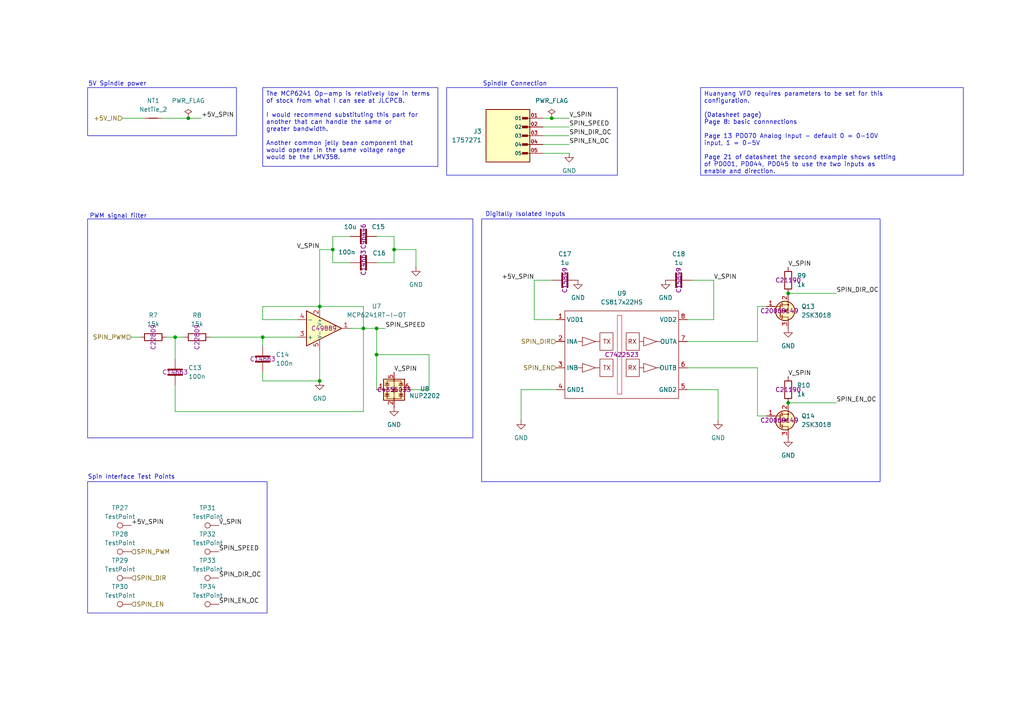
<source format=kicad_sch>
(kicad_sch (version 20250114) (generator "eeschema") (generator_version "9.0")
  (paper "A4")
  (title_block (title "Spindle Interface") (comment 1 "Connects to spindle, ") (comment 2 "Filters the PWM signal from the arduino to clean analog output for speed."))
  (lib_symbols
    (symbol "Connector:TestPoint" (pin_numbers (hide yes)) (pin_names (offset 0.762) (hide yes))
      (property "Reference" "TP" (at 0 6.858 0))
      (property "Value" "TestPoint" (at 0 5.08 0))
      (symbol "TestPoint_0_1"
        (circle (center 0 3.302) (radius 0.762))
      )
      (symbol "TestPoint_1_1"
        (pin passive line (at 0 0 90) (length 2.54) (name "1") (number "1"))
      )
    )
    (symbol "Device:C" (pin_numbers (hide yes)) (pin_names (offset 0.254))
      (property "Reference" "C" (at 0.635 2.54 0))
      (property "Value" "C" (at 0.635 -2.54 0))
      (symbol "C_0_1"
        (polyline (pts (xy -2.032 0.762) (xy 2.032 0.762)) (stroke (width 0.508)))
        (polyline (pts (xy -2.032 -0.762) (xy 2.032 -0.762)) (stroke (width 0.508)))
      )
      (symbol "C_1_1"
        (pin passive line (at 0 3.81 270) (length 2.794) (name "~") (number "1"))
        (pin passive line (at 0 -3.81 90) (length 2.794) (name "~") (number "2"))
      )
    )
    (symbol "Device:NetTie_2" (pin_numbers (hide yes)) (pin_names (offset 0) (hide yes)) (in_bom no)
      (property "Reference" "NT" (at 0 1.27 0))
      (property "Value" "NetTie_2" (at 0 -1.27 0))
      (symbol "NetTie_2_0_1"
        (polyline (pts (xy -1.27 0) (xy 1.27 0)) (stroke (width 0.254)))
      )
      (symbol "NetTie_2_1_1"
        (pin passive line (at -2.54 0 0) (length 2.54) (name "1") (number "1"))
        (pin passive line (at 2.54 0 180) (length 2.54) (name "2") (number "2"))
      )
    )
    (symbol "Device:R" (pin_numbers (hide yes)) (pin_names (offset 0))
      (property "Reference" "R" (at 2.032 0 90))
      (property "Value" "R" (at 0 0 90))
      (symbol "R_0_1"
        (rectangle (start -1.016 -2.54) (end 1.016 2.54) (stroke (width 0.254)))
      )
      (symbol "R_1_1"
        (pin passive line (at 0 3.81 270) (length 1.27) (name "~") (number "1"))
        (pin passive line (at 0 -3.81 90) (length 1.27) (name "~") (number "2"))
      )
    )
    (symbol "PCM_Amplifier_Operational_AKL:MCP6241RT-I-OT" (pin_names (offset 0.2))
      (property "Reference" "U" (at 2.54 7.62 0))
      (property "Value" "MCP6241RT-I-OT" (at 2.54 5.08 0))
      (symbol "MCP6241RT-I-OT_0_1"
        (polyline (pts (xy -5.08 5.08) (xy -5.08 -5.08) (xy 5.08 0) (xy -5.08 5.08)) (stroke (width 0.254)) (fill (type background)))
      )
      (symbol "MCP6241RT-I-OT_1_1"
        (pin input line (at -7.62 2.54 0) (length 2.54) (name "-") (number "4"))
        (pin input line (at -7.62 -2.54 0) (length 2.54) (name "+") (number "3"))
        (pin power_in line (at -1.27 6.35 270) (length 3.18) (name "V+") (number "2"))
        (pin power_in line (at -1.27 -6.35 90) (length 3.18) (name "V-") (number "5"))
        (pin output line (at 7.62 0 180) (length 2.54) (name "~") (number "1"))
      )
    )
    (symbol "PCM_Transistor_MOSFET_AKL:2SK3018" (pin_names (hide yes))
      (property "Reference" "Q" (at 5.08 1.27 0))
      (property "Value" "2SK3018" (at 5.08 -1.27 0))
      (symbol "2SK3018_0_1"
        (polyline (pts (xy 0.254 1.905) (xy 0.254 -1.905)) (stroke (width 0.254)))
        (polyline (pts (xy 0.254 -1.27) (xy -2.54 -1.27)))
        (polyline (pts (xy 0.762 2.286) (xy 0.762 1.27)) (stroke (width 0.254)))
        (polyline (pts (xy 0.762 0.508) (xy 0.762 -0.508)) (stroke (width 0.254)))
        (polyline (pts (xy 0.762 -1.27) (xy 0.762 -2.286)) (stroke (width 0.254)))
        (polyline (pts (xy 0.762 -1.778) (xy 2.54 -1.778)))
        (polyline (pts (xy 1.016 0) (xy 2.032 0.381) (xy 2.032 -0.381) (xy 1.016 0)) (fill (type outline)))
        (circle (center 1.651 0) (radius 2.794) (stroke (width 0.254)) (fill (type background)))
        (polyline (pts (xy 2.54 2.54) (xy 2.54 1.778)))
        (polyline (pts (xy 2.54 1.778) (xy 0.762 1.778)))
        (circle (center 2.54 -1.778) (radius 0.1778) (fill (type outline)))
        (polyline (pts (xy 2.54 -2.54) (xy 2.54 0) (xy 0.762 0)))
      )
      (symbol "2SK3018_1_1"
        (pin input line (at -3.81 -1.27 0) (length 2.54) (name "G") (number "1"))
        (pin passive line (at 2.54 5.08 270) (length 2.54) (name "D") (number "3"))
        (pin passive line (at 2.54 -5.08 90) (length 2.54) (name "S") (number "2"))
      )
    )
    (symbol "Power_Protection:NUP2202"
      (property "Reference" "U" (at -5.334 -2.54 0))
      (property "Value" "NUP2202" (at 6.35 1.27 90))
      (symbol "NUP2202_0_1"
        (rectangle (start -3.048 3.048) (end 3.048 -3.048) (stroke (width 0.254)) (fill (type background)))
        (polyline (pts (xy -2.667 1.905) (xy -1.397 1.905)))
        (polyline (pts (xy -2.667 1.27) (xy -1.397 1.27) (xy -2.032 1.905) (xy -2.667 1.27)))
        (polyline (pts (xy -2.667 -1.27) (xy -1.397 -1.27)))
        (polyline (pts (xy -2.667 -1.27) (xy -1.397 -1.27)))
        (polyline (pts (xy -2.667 -1.905) (xy -1.397 -1.905) (xy -2.032 -1.27) (xy -2.667 -1.905)))
        (polyline (pts (xy -2.54 0) (xy -2.032 0)))
        (polyline (pts (xy -2.032 2.54) (xy 2.032 2.54)))
        (polyline (pts (xy -2.032 0.635) (xy -2.032 2.54)))
        (polyline (pts (xy -2.032 0.635) (xy -2.032 -0.635)))
        (circle (center -2.032 0) (radius 0.127))
        (circle (center -2.032 0) (radius 0.127))
        (polyline (pts (xy -2.032 -2.54) (xy -2.032 -0.635)))
        (polyline (pts (xy -2.032 -2.54) (xy -2.032 -0.635)))
        (polyline (pts (xy -0.762 0.254) (xy 0.762 0.254)))
        (polyline (pts (xy -0.762 -0.508) (xy 0.762 -0.508) (xy 0 0.254) (xy -0.762 -0.508)))
        (polyline (pts (xy -0.762 -0.508) (xy 0.762 -0.508) (xy 0 0.254) (xy -0.762 -0.508)))
        (circle (center 0 2.54) (radius 0.127))
        (polyline (pts (xy 0 1.016) (xy 0 3.81)))
        (polyline (pts (xy 0 -0.889) (xy 0 1.016)))
        (polyline (pts (xy 0 -0.889) (xy 0 1.016)))
        (polyline (pts (xy 0 -0.889) (xy 0 -2.54)))
        (circle (center 0 -2.54) (radius 0.127))
        (polyline (pts (xy 0.762 0) (xy 0.762 0.254)))
        (polyline (pts (xy 1.397 1.905) (xy 2.667 1.905)))
        (polyline (pts (xy 1.397 1.27) (xy 2.667 1.27) (xy 2.032 1.905) (xy 1.397 1.27)))
        (polyline (pts (xy 1.397 -1.27) (xy 2.667 -1.27)))
        (polyline (pts (xy 1.397 -1.27) (xy 2.667 -1.27)))
        (polyline (pts (xy 1.397 -1.905) (xy 2.667 -1.905) (xy 2.032 -1.27) (xy 1.397 -1.905)))
        (polyline (pts (xy 2.032 0.635) (xy 2.032 2.54)))
        (polyline (pts (xy 2.032 0.635) (xy 2.032 -0.635)))
        (polyline (pts (xy 2.032 0) (xy 2.54 0)))
        (circle (center 2.032 0) (radius 0.127))
        (circle (center 2.032 0) (radius 0.127))
        (polyline (pts (xy 2.032 -2.54) (xy -2.032 -2.54)))
        (polyline (pts (xy 2.032 -2.54) (xy 2.032 -0.635)))
        (polyline (pts (xy 2.032 -2.54) (xy 2.032 -0.635)))
      )
      (symbol "NUP2202_1_1"
        (pin passive line (at -5.08 0 0) (length 2.54) (name "~") (number "1"))
        (pin passive line (at 0 5.08 270) (length 2.54) (name "~") (number "5"))
        (pin no_connect line (at 0 2.54 270) (length 2.54) (hide yes) (name "~") (number "4"))
        (pin no_connect line (at 0 -2.54 90) (length 2.54) (hide yes) (name "~") (number "3"))
        (pin passive line (at 0 -5.08 90) (length 2.54) (name "~") (number "2"))
        (pin passive line (at 5.08 0 180) (length 2.54) (name "~") (number "6"))
      )
    )
    (symbol "TERM_BLOCK_HDR_5POS_5.08MM:1757271" (pin_names (offset 1.016))
      (property "Reference" "J" (at -6.85 7.62 0))
      (property "Value" "1757271" (at -6.35 -10.16 0))
      (symbol "1757271_0_0"
        (rectangle (start -6.35 -7.62) (end 6.35 7.62) (stroke (width 0.254)) (fill (type background)))
        (rectangle (start -5.715 4.7625) (end -4.1275 5.3975) (stroke (width 0.1)) (fill (type outline)))
        (rectangle (start -5.715 2.2225) (end -4.1275 2.8575) (stroke (width 0.1)) (fill (type outline)))
        (rectangle (start -5.715 -0.3175) (end -4.1275 0.3175) (stroke (width 0.1)) (fill (type outline)))
        (rectangle (start -5.715 -2.8575) (end -4.1275 -2.2225) (stroke (width 0.1)) (fill (type outline)))
        (rectangle (start -5.715 -5.3975) (end -4.1275 -4.7625) (stroke (width 0.1)) (fill (type outline)))
        (pin passive line (at -10.16 5.08 0) (length 5.08) (name "01") (number "01"))
        (pin passive line (at -10.16 2.54 0) (length 5.08) (name "02") (number "02"))
        (pin passive line (at -10.16 0 0) (length 5.08) (name "03") (number "03"))
        (pin passive line (at -10.16 -2.54 0) (length 5.08) (name "04") (number "04"))
        (pin passive line (at -10.16 -5.08 0) (length 5.08) (name "05") (number "05"))
      )
    )
    (symbol "mega_shield:CS817x20HS"
      (property "Reference" "U" (at 0 0 0))
      (property "Value" "CS817x22HS" (at 0 0 0))
      (symbol "CS817x20HS_0_1"
        (rectangle (start -16.51 12.7) (end 16.51 -12.7))
        (polyline (pts (xy -11.43 3.81) (xy -12.7 3.81)))
        (polyline (pts (xy -11.43 -3.81) (xy -12.7 -3.81)))
        (polyline (pts (xy -7.62 3.81) (xy -11.43 2.54) (xy -11.43 5.08) (xy -7.62 3.81)))
        (polyline (pts (xy -7.62 -3.81) (xy -11.43 -5.08) (xy -11.43 -2.54) (xy -7.62 -3.81)))
        (polyline (pts (xy -6.35 3.81) (xy -7.62 3.81)))
        (polyline (pts (xy -6.35 -3.81) (xy -7.62 -3.81)))
        (polyline (pts (xy -2.54 6.35) (xy -2.54 1.27) (xy -6.35 1.27) (xy -6.35 6.35) (xy -2.54 6.35)))
        (polyline (pts (xy -2.54 -1.27) (xy -2.54 -6.35) (xy -6.35 -6.35) (xy -6.35 -1.27) (xy -2.54 -1.27)))
        (polyline (pts (xy 5.08 6.35) (xy 5.08 1.27) (xy 1.27 1.27) (xy 1.27 6.35) (xy 5.08 6.35)))
        (polyline (pts (xy 5.08 -1.27) (xy 5.08 -6.35) (xy 1.27 -6.35) (xy 1.27 -1.27) (xy 5.08 -1.27)))
        (polyline (pts (xy 6.35 3.81) (xy 5.08 3.81)))
        (polyline (pts (xy 6.35 -3.81) (xy 5.08 -3.81)))
        (polyline (pts (xy 10.16 3.81) (xy 11.43 3.81)))
        (polyline (pts (xy 10.16 3.81) (xy 6.35 2.54) (xy 6.35 5.08) (xy 10.16 3.81)))
        (polyline (pts (xy 10.16 -3.81) (xy 11.43 -3.81)))
        (polyline (pts (xy 10.16 -3.81) (xy 6.35 -2.54) (xy 6.35 -5.08) (xy 10.16 -3.81)))
      )
      (symbol "CS817x20HS_1_1"
        (rectangle (start -1.27 11.43) (end 0 -11.43) (stroke (width 0) (color 255 23 61 1)))
        (text "TX" (at -4.318 3.81 0) (effects (font (size 1.27 1.27))))
        (text "TX" (at -4.318 -3.81 0) (effects (font (size 1.27 1.27))))
        (text "RX" (at 3.048 3.81 0) (effects (font (size 1.27 1.27))))
        (text "RX" (at 3.048 -3.81 0) (effects (font (size 1.27 1.27))))
        (pin power_in line (at -19.05 10.16 0) (length 2.54) (name "VDD1") (number "1"))
        (pin input line (at -19.05 3.81 0) (length 2.54) (name "INA") (number "2"))
        (pin input line (at -19.05 -3.81 0) (length 2.54) (name "INB") (number "3"))
        (pin power_in line (at -19.05 -10.16 0) (length 2.54) (name "GND1") (number "4"))
        (pin power_in line (at 19.05 10.16 180) (length 2.54) (name "VDD2") (number "8"))
        (pin output line (at 19.05 3.81 180) (length 2.54) (name "OUTA") (number "7"))
        (pin output line (at 19.05 -3.81 180) (length 2.54) (name "OUTB") (number "6"))
        (pin output line (at 19.05 -10.16 180) (length 2.54) (name "GND2") (number "5"))
      )
    )
    (symbol "power:GND" (power) (pin_numbers (hide yes)) (pin_names (offset 0) (hide yes))
      (property "Value" "GND" (at 0 -3.81 0))
      (symbol "GND_0_1"
        (polyline (pts (xy 0 0) (xy 0 -1.27) (xy 1.27 -1.27) (xy 0 -2.54) (xy -1.27 -1.27) (xy 0 -1.27)))
      )
      (symbol "GND_1_1"
        (pin power_in line (at 0 0 270) (length 0) (name "~") (number "1"))
      )
    )
    (symbol "power:PWR_FLAG" (power) (pin_numbers (hide yes)) (pin_names (offset 0) (hide yes))
      (property "Value" "PWR_FLAG" (at 0 3.81 0))
      (symbol "PWR_FLAG_0_0"
        (pin power_out line (at 0 0 90) (length 0) (name "~") (number "1"))
      )
      (symbol "PWR_FLAG_0_1"
        (polyline (pts (xy 0 0) (xy 0 1.27) (xy -1.016 1.905) (xy 0 2.54) (xy 1.016 1.905) (xy 0 1.27)))
      )
    )
  )
  (rectangle (start 129.54 25.4) (end 179.07 50.8))
  (rectangle (start 25.4 25.4) (end 68.58 39.37))
  (rectangle (start 25.4 139.7) (end 77.47 177.8))
  (rectangle (start 139.7 63.5) (end 255.27 139.7))
  (rectangle (start 25.4 63.5) (end 137.16 127))
  (text "Spindle Connection" (at 149.352 24.384 0) (effects (font (size 1.27 1.27))))
  (text "PWM signal filter\n" (at 34.29 62.738 0) (effects (font (size 1.27 1.27))))
  (text "Spin Interface Test Points" (at 38.1 138.43 0) (effects (font (size 1.27 1.27))))
  (text "Digitally Isolated Inputs" (at 152.4 62.23 0) (effects (font (size 1.27 1.27))))
  (text "5V Spindle power" (at 34.036 24.384 0) (effects (font (size 1.27 1.27))))
  (text_box "The MCP6241 Op-amp is relatively low in terms of stock from what I can see at JLCPCB.\n\nI would recommend substituting this part for another that can handle the same or \ngreater bandwidth.\n\nAnother common jelly bean component that would operate in the same voltage range\nwould be the LMV358." (at 76.2 25.4 0) (size 50.8 22.86) (margins 0.9525 0.9525 0.9525 0.9525) (effects (font (size 1.27 1.27)) (justify left top)))
  (text_box "Huanyang VFD requires parameters to be set for this\nconfiguration.\n\n(Datasheet page)\nPage 8: basic connnections\n\nPage 13 PD070 Analog Input - default 0 = 0-10V\ninput, 1 = 0-5V\n\nPage 21 of datasheet the second example shows setting\nof PD001, PD044, PD045 to use the two inputs as\nenable and direction." (at 203.2 25.4 0) (size 76.2 25.4) (margins 0.9525 0.9525 0.9525 0.9525) (effects (font (size 1.27 1.27)) (justify left top)))
  (junction (at 109.22 95.25))
  (junction (at 92.71 88.9))
  (junction (at 109.22 102.87))
  (junction (at 54.61 34.29))
  (junction (at 228.6 85.09))
  (junction (at 76.2 97.79))
  (junction (at 50.8 97.79))
  (junction (at 160.02 34.29))
  (junction (at 105.41 95.25))
  (junction (at 228.6 116.84))
  (junction (at 96.52 72.39))
  (junction (at 92.71 110.49))
  (junction (at 114.3 72.39))
  (wire (pts (xy 151.13 113.03) (xy 151.13 121.92)))
  (wire (pts (xy 228.6 116.84) (xy 242.57 116.84)))
  (wire (pts (xy 222.25 88.9) (xy 219.71 88.9)))
  (wire (pts (xy 208.28 121.92) (xy 208.28 113.03)))
  (wire (pts (xy 48.26 97.79) (xy 50.8 97.79)))
  (wire (pts (xy 92.71 72.39) (xy 92.71 88.9)))
  (wire (pts (xy 101.6 76.2) (xy 96.52 76.2)))
  (wire (pts (xy 92.71 88.9) (xy 105.41 88.9)))
  (wire (pts (xy 109.22 68.58) (xy 114.3 68.58)))
  (wire (pts (xy 199.39 106.68) (xy 219.71 106.68)))
  (wire (pts (xy 219.71 120.65) (xy 219.71 106.68)))
  (wire (pts (xy 92.71 72.39) (xy 96.52 72.39)))
  (wire (pts (xy 109.22 102.87) (xy 109.22 113.03)))
  (wire (pts (xy 50.8 119.38) (xy 105.41 119.38)))
  (wire (pts (xy 124.46 102.87) (xy 109.22 102.87)))
  (wire (pts (xy 114.3 68.58) (xy 114.3 72.39)))
  (wire (pts (xy 120.65 72.39) (xy 114.3 72.39)))
  (wire (pts (xy 114.3 72.39) (xy 114.3 76.2)))
  (wire (pts (xy 228.6 85.09) (xy 242.57 85.09)))
  (wire (pts (xy 35.56 34.29) (xy 41.91 34.29)))
  (wire (pts (xy 109.22 95.25) (xy 111.76 95.25)))
  (wire (pts (xy 157.48 34.29) (xy 160.02 34.29)))
  (wire (pts (xy 105.41 95.25) (xy 101.6 95.25)))
  (wire (pts (xy 50.8 97.79) (xy 53.34 97.79)))
  (wire (pts (xy 157.48 44.45) (xy 165.1 44.45)))
  (wire (pts (xy 160.02 34.29) (xy 165.1 34.29)))
  (wire (pts (xy 222.25 120.65) (xy 219.71 120.65)))
  (wire (pts (xy 114.3 76.2) (xy 109.22 76.2)))
  (wire (pts (xy 207.01 81.28) (xy 207.01 92.71)))
  (wire (pts (xy 124.46 113.03) (xy 119.38 113.03)))
  (wire (pts (xy 105.41 95.25) (xy 109.22 95.25)))
  (wire (pts (xy 96.52 68.58) (xy 96.52 72.39)))
  (wire (pts (xy 76.2 97.79) (xy 86.36 97.79)))
  (wire (pts (xy 76.2 100.33) (xy 76.2 97.79)))
  (wire (pts (xy 200.66 81.28) (xy 207.01 81.28)))
  (wire (pts (xy 219.71 88.9) (xy 219.71 99.06)))
  (wire (pts (xy 161.29 113.03) (xy 151.13 113.03)))
  (wire (pts (xy 54.61 34.29) (xy 58.42 34.29)))
  (wire (pts (xy 50.8 97.79) (xy 50.8 104.14)))
  (wire (pts (xy 86.36 92.71) (xy 76.2 92.71)))
  (wire (pts (xy 76.2 107.95) (xy 76.2 110.49)))
  (wire (pts (xy 96.52 72.39) (xy 96.52 76.2)))
  (wire (pts (xy 157.48 36.83) (xy 165.1 36.83)))
  (wire (pts (xy 60.96 97.79) (xy 76.2 97.79)))
  (wire (pts (xy 105.41 88.9) (xy 105.41 95.25)))
  (wire (pts (xy 76.2 92.71) (xy 76.2 88.9)))
  (wire (pts (xy 38.1 97.79) (xy 40.64 97.79)))
  (wire (pts (xy 50.8 111.76) (xy 50.8 119.38)))
  (wire (pts (xy 92.71 110.49) (xy 92.71 101.6)))
  (wire (pts (xy 157.48 41.91) (xy 165.1 41.91)))
  (wire (pts (xy 76.2 110.49) (xy 92.71 110.49)))
  (wire (pts (xy 109.22 95.25) (xy 109.22 102.87)))
  (wire (pts (xy 154.94 81.28) (xy 154.94 92.71)))
  (wire (pts (xy 124.46 113.03) (xy 124.46 102.87)))
  (wire (pts (xy 46.99 34.29) (xy 54.61 34.29)))
  (wire (pts (xy 101.6 68.58) (xy 96.52 68.58)))
  (wire (pts (xy 76.2 88.9) (xy 92.71 88.9)))
  (wire (pts (xy 120.65 77.47) (xy 120.65 72.39)))
  (wire (pts (xy 157.48 39.37) (xy 165.1 39.37)))
  (wire (pts (xy 154.94 92.71) (xy 161.29 92.71)))
  (wire (pts (xy 207.01 92.71) (xy 199.39 92.71)))
  (wire (pts (xy 219.71 99.06) (xy 199.39 99.06)))
  (wire (pts (xy 199.39 113.03) (xy 208.28 113.03)))
  (wire (pts (xy 160.02 81.28) (xy 154.94 81.28)))
  (wire (pts (xy 105.41 119.38) (xy 105.41 95.25)))
  (label "SPIN_SPEED" (at 63.5 160.02 0))
  (label "SPIN_DIR_OC" (at 165.1 39.37 0))
  (label "SPIN_SPEED" (at 165.1 36.83 0))
  (label "V_SPIN" (at 63.5 152.4 0))
  (label "V_SPIN" (at 114.3 107.95 0))
  (label "V_SPIN" (at 228.6 109.22 0))
  (label "V_SPIN" (at 92.71 72.39 180))
  (label "SPIN_EN_OC" (at 63.5 175.26 0))
  (label "+5V_SPIN" (at 154.94 81.28 180))
  (label "SPIN_DIR_OC" (at 242.57 85.09 0))
  (label "SPIN_EN_OC" (at 165.1 41.91 0))
  (label "SPIN_EN_OC" (at 242.57 116.84 0))
  (label "V_SPIN" (at 165.1 34.29 0))
  (label "SPIN_DIR_OC" (at 63.5 167.64 0))
  (label "SPIN_SPEED" (at 111.76 95.25 0))
  (label "+5V_SPIN" (at 38.1 152.4 0))
  (label "+5V_SPIN" (at 58.42 34.29 0))
  (label "V_SPIN" (at 207.01 81.28 0))
  (label "V_SPIN" (at 228.6 77.47 0))
  (hierarchical_label "SPIN_PWM" (shape input) (at 38.1 160.02 0))
  (hierarchical_label "SPIN_DIR" (shape input) (at 161.29 99.06 180))
  (hierarchical_label "SPIN_EN" (shape input) (at 161.29 106.68 180))
  (hierarchical_label "SPIN_PWM" (shape input) (at 38.1 97.79 180))
  (hierarchical_label "SPIN_DIR" (shape input) (at 38.1 167.64 0))
  (hierarchical_label "+5V_IN" (shape input) (at 35.56 34.29 180))
  (hierarchical_label "SPIN_EN" (shape input) (at 38.1 175.26 0))
  (symbol (lib_id "Connector:TestPoint") (at 63.5 160.02 90) (unit 1) (in_bom no)
    (property "Reference" "TP32" (at 60.198 154.94 90))
    (property "Value" "TestPoint" (at 60.198 157.48 90))
    (property "Footprint" "TestPoint:TestPoint_Pad_1.0x1.0mm" (effects (hide yes)))
    (property "Description" "test point" (effects (hide yes)))
  )
  (symbol (lib_id "power:GND") (at 120.65 77.47 0) (unit 1)
    (property "Reference" "#PWR051" (effects (hide yes)))
    (property "Value" "GND" (at 120.65 82.55 0))
    (property "Description" "Power symbol creates a global label with name \"GND\" , ground" (effects (hide yes)))
  )
  (symbol (lib_id "Connector:TestPoint") (at 63.5 167.64 90) (unit 1) (in_bom no)
    (property "Reference" "TP33" (at 60.198 162.56 90))
    (property "Value" "TestPoint" (at 60.198 165.1 90))
    (property "Footprint" "TestPoint:TestPoint_Pad_1.0x1.0mm" (effects (hide yes)))
    (property "Description" "test point" (effects (hide yes)))
  )
  (symbol (lib_id "power:GND") (at 208.28 121.92 0) (unit 1)
    (property "Reference" "#PWR056" (effects (hide yes)))
    (property "Value" "GND" (at 208.28 127 0))
    (property "Description" "Power symbol creates a global label with name \"GND\" , ground" (effects (hide yes)))
  )
  (symbol (lib_id "power:GND") (at 92.71 110.49 0) (unit 1)
    (property "Reference" "#PWR049" (effects (hide yes)))
    (property "Value" "GND" (at 92.71 115.57 0))
    (property "Description" "Power symbol creates a global label with name \"GND\" , ground" (effects (hide yes)))
  )
  (symbol (lib_id "power:GND") (at 151.13 121.92 0) (unit 1)
    (property "Reference" "#PWR052" (effects (hide yes)))
    (property "Value" "GND" (at 151.13 127 0))
    (property "Description" "Power symbol creates a global label with name \"GND\" , ground" (effects (hide yes)))
  )
  (symbol (lib_id "Device:C") (at 196.85 81.28 90) (unit 1)
    (property "Reference" "C18" (at 196.85 73.66 90))
    (property "Value" "1u" (at 196.85 76.2 90))
    (property "Footprint" "Capacitor_SMD:C_0201_0603Metric" (effects (hide yes)))
    (property "Description" "Unpolarized capacitor" (effects (hide yes)))
    (property "jlcpcb" "C15849" (at 196.85 81.28 0))
  )
  (symbol (lib_id "Connector:TestPoint") (at 38.1 167.64 90) (unit 1) (in_bom no)
    (property "Reference" "TP29" (at 34.798 162.56 90))
    (property "Value" "TestPoint" (at 34.798 165.1 90))
    (property "Footprint" "TestPoint:TestPoint_Pad_1.0x1.0mm" (effects (hide yes)))
    (property "Description" "test point" (effects (hide yes)))
  )
  (symbol (lib_id "Device:C") (at 76.2 104.14 0) (unit 1)
    (property "Reference" "C14" (at 80.01 102.8699 0) (effects (justify left)))
    (property "Value" "100n" (at 80.01 105.4099 0) (effects (justify left)))
    (property "Footprint" "Capacitor_SMD:C_0201_0603Metric" (effects (hide yes)))
    (property "Description" "Unpolarized capacitor" (effects (hide yes)))
    (property "jlcpcb" "C14663" (at 76.2 104.14 0))
  )
  (symbol (lib_id "Device:NetTie_2") (at 44.45 34.29 0) (unit 1) (in_bom no) (on_board no)
    (property "Reference" "NT1" (at 44.45 29.21 0))
    (property "Value" "NetTie_2" (at 44.45 31.75 0))
    (property "Description" "Net tie, 2 pins" (effects (hide yes)))
  )
  (symbol (lib_id "PCM_Transistor_MOSFET_AKL:2SK3018") (at 226.06 121.92 0) (mirror x) (unit 1)
    (property "Reference" "Q14" (at 232.41 120.6499 0) (effects (justify left)))
    (property "Value" "2SK3018" (at 232.41 123.1899 0) (effects (justify left)))
    (property "Footprint" "PCM_Package_TO_SOT_SMD_AKL:SOT-323_SC-70" (effects (hide yes)))
    (property "Datasheet" "https://www.tme.eu/Document/b7f69991697dc3f1bab7ef8aaf2c7541/2SK3018.pdf" (effects (hide yes)))
    (property "Description" "SOT-323 N-MOSFET enchancement mode transistor, 30V, 100mA, 200mW, Alternate KiCAD Library" (effects (hide yes)))
    (property "jlcpcb" "C20069149" (at 226.06 121.92 0))
  )
  (symbol (lib_id "Connector:TestPoint") (at 38.1 152.4 90) (unit 1) (in_bom no)
    (property "Reference" "TP27" (at 34.798 147.32 90))
    (property "Value" "TestPoint" (at 34.798 149.86 90))
    (property "Footprint" "TestPoint:TestPoint_Pad_1.0x1.0mm" (effects (hide yes)))
    (property "Description" "test point" (effects (hide yes)))
  )
  (symbol (lib_id "Connector:TestPoint") (at 63.5 152.4 90) (unit 1) (in_bom no)
    (property "Reference" "TP31" (at 60.198 147.32 90))
    (property "Value" "TestPoint" (at 60.198 149.86 90))
    (property "Footprint" "TestPoint:TestPoint_Pad_1.0x1.0mm" (effects (hide yes)))
    (property "Description" "test point" (effects (hide yes)))
  )
  (symbol (lib_id "PCM_Amplifier_Operational_AKL:MCP6241RT-I-OT") (at 93.98 95.25 0) (unit 1)
    (property "Reference" "U7" (at 109.22 88.8298 0))
    (property "Value" "MCP6241RT-I-OT" (at 109.22 91.3698 0))
    (property "Footprint" "PCM_Package_TO_SOT_SMD_AKL:SOT-23-5" (effects (hide yes)))
    (property "Datasheet" "https://www.tme.eu/Document/d88cca675eed0fbe682762cd8192122d/mcp6241_2_4.pdf" (effects (hide yes)))
    (property "Description" "SOT-23-5 CMOS RRIO Operational Amplifier, 5mV Offset, 3μV/°C Drift, 550kHz GBW, Alternate KiCAD Library" (effects (hide yes)))
    (property "jlcpcb" "C49889" (at 93.98 95.25 0))
  )
  (symbol (lib_id "TERM_BLOCK_HDR_5POS_5.08MM:1757271") (at 147.32 39.37 0) (mirror y) (unit 1)
    (property "Reference" "J3" (at 139.7 38.0999 0) (effects (justify left)))
    (property "Value" "1757271" (at 139.7 40.6399 0) (effects (justify left)))
    (property "Footprint" "1757271:PHOENIX_1757271" (effects (hide yes)))
    (property "PARTREV" "28.07.2023" (effects (hide yes)))
    (property "STANDARD" "Manufacturer Recommendations" (effects (hide yes)))
    (property "MANUFACTURER" "Phoenix Contact" (effects (hide yes)))
  )
  (symbol (lib_id "power:GND") (at 193.04 81.28 0) (unit 1)
    (property "Reference" "#PWR055" (effects (hide yes)))
    (property "Value" "GND" (at 193.04 86.36 0))
    (property "Description" "Power symbol creates a global label with name \"GND\" , ground" (effects (hide yes)))
  )
  (symbol (lib_id "Connector:TestPoint") (at 63.5 175.26 90) (unit 1) (in_bom no)
    (property "Reference" "TP34" (at 60.198 170.18 90))
    (property "Value" "TestPoint" (at 60.198 172.72 90))
    (property "Footprint" "TestPoint:TestPoint_Pad_1.0x1.0mm" (effects (hide yes)))
    (property "Description" "test point" (effects (hide yes)))
  )
  (symbol (lib_id "Connector:TestPoint") (at 38.1 175.26 90) (unit 1) (in_bom no)
    (property "Reference" "TP30" (at 34.798 170.18 90))
    (property "Value" "TestPoint" (at 34.798 172.72 90))
    (property "Footprint" "TestPoint:TestPoint_Pad_1.0x1.0mm" (effects (hide yes)))
    (property "Description" "test point" (effects (hide yes)))
  )
  (symbol (lib_id "Device:R") (at 57.15 97.79 90) (unit 1)
    (property "Reference" "R8" (at 57.15 91.44 90))
    (property "Value" "15k" (at 57.15 93.98 90))
    (property "Footprint" "Resistor_SMD:R_0201_0603Metric" (effects (hide yes)))
    (property "Description" "Resistor" (effects (hide yes)))
    (property "jlcpcb" "C22809" (at 57.15 97.79 0))
  )
  (symbol (lib_id "Device:C") (at 163.83 81.28 90) (unit 1)
    (property "Reference" "C17" (at 163.83 73.66 90))
    (property "Value" "1u" (at 163.83 76.2 90))
    (property "Footprint" "Capacitor_SMD:C_0201_0603Metric" (effects (hide yes)))
    (property "Description" "Unpolarized capacitor" (effects (hide yes)))
    (property "jlcpcb" "C15849" (at 163.83 81.28 0))
  )
  (symbol (lib_id "Device:R") (at 228.6 113.03 0) (unit 1)
    (property "Reference" "R10" (at 231.14 111.7599 0) (effects (justify left)))
    (property "Value" "1k" (at 231.14 114.2999 0) (effects (justify left)))
    (property "Footprint" "Resistor_SMD:R_0201_0603Metric" (effects (hide yes)))
    (property "Description" "Resistor" (effects (hide yes)))
    (property "jlcpcb" "C21190" (at 228.6 113.03 0))
  )
  (symbol (lib_id "power:PWR_FLAG") (at 54.61 34.29 0) (unit 1)
    (property "Reference" "#FLG06" (effects (hide yes)))
    (property "Value" "PWR_FLAG" (at 54.61 29.21 0))
    (property "Description" "Special symbol for telling ERC where power comes from" (effects (hide yes)))
  )
  (symbol (lib_id "power:GND") (at 228.6 127 0) (unit 1)
    (property "Reference" "#PWR058" (effects (hide yes)))
    (property "Value" "GND" (at 228.6 132.08 0))
    (property "Description" "Power symbol creates a global label with name \"GND\" , ground" (effects (hide yes)))
  )
  (symbol (lib_id "power:GND") (at 167.64 81.28 0) (unit 1)
    (property "Reference" "#PWR054" (effects (hide yes)))
    (property "Value" "GND" (at 167.64 86.36 0))
    (property "Description" "Power symbol creates a global label with name \"GND\" , ground" (effects (hide yes)))
  )
  (symbol (lib_id "power:GND") (at 114.3 118.11 0) (unit 1)
    (property "Reference" "#PWR050" (effects (hide yes)))
    (property "Value" "GND" (at 114.3 123.19 0))
    (property "Description" "Power symbol creates a global label with name \"GND\" , ground" (effects (hide yes)))
  )
  (symbol (lib_id "Power_Protection:NUP2202") (at 114.3 113.03 0) (unit 1)
    (property "Reference" "U8" (at 123.19 112.776 0))
    (property "Value" "NUP2202" (at 123.19 114.808 0))
    (property "Footprint" "Package_TO_SOT_SMD:SOT-363_SC-70-6" (effects (hide yes)))
    (property "Datasheet" "https://www.onsemi.com/pdf/datasheet/nup2202w1-d.pdf" (effects (hide yes)))
    (property "Description" "Transient voltage suppressor designed to protect high speed data lines from ESD, EFT, and lightning" (effects (hide yes)))
    (property "jlcpcb" "C4355033" (at 114.3 113.03 0))
  )
  (symbol (lib_id "Connector:TestPoint") (at 38.1 160.02 90) (unit 1) (in_bom no)
    (property "Reference" "TP28" (at 34.798 154.94 90))
    (property "Value" "TestPoint" (at 34.798 157.48 90))
    (property "Footprint" "TestPoint:TestPoint_Pad_1.0x1.0mm" (effects (hide yes)))
    (property "Description" "test point" (effects (hide yes)))
  )
  (symbol (lib_id "Device:C") (at 50.8 107.95 0) (unit 1)
    (property "Reference" "C13" (at 54.61 106.6799 0) (effects (justify left)))
    (property "Value" "100n" (at 54.61 109.2199 0) (effects (justify left)))
    (property "Footprint" "Capacitor_SMD:C_0201_0603Metric" (effects (hide yes)))
    (property "Description" "Unpolarized capacitor" (effects (hide yes)))
    (property "jlcpcb" "C14663" (at 50.8 107.95 0))
  )
  (symbol (lib_id "Device:R") (at 44.45 97.79 90) (unit 1)
    (property "Reference" "R7" (at 44.45 91.44 90))
    (property "Value" "15k" (at 44.45 93.98 90))
    (property "Footprint" "Resistor_SMD:R_0201_0603Metric" (effects (hide yes)))
    (property "Description" "Resistor" (effects (hide yes)))
    (property "jlcpcb" "C22809" (at 44.45 97.79 0))
  )
  (symbol (lib_id "Device:C") (at 105.41 68.58 270) (mirror x) (unit 1)
    (property "Reference" "C15" (at 109.728 65.786 90))
    (property "Value" "10u" (at 101.6 65.786 90))
    (property "Footprint" "Capacitor_SMD:C_0201_0603Metric" (effects (hide yes)))
    (property "Description" "Unpolarized capacitor" (effects (hide yes)))
    (property "jlcpcb" "C96446" (at 105.41 68.58 0))
  )
  (symbol (lib_id "power:GND") (at 228.6 95.25 0) (unit 1)
    (property "Reference" "#PWR057" (effects (hide yes)))
    (property "Value" "GND" (at 228.6 100.33 0))
    (property "Description" "Power symbol creates a global label with name \"GND\" , ground" (effects (hide yes)))
  )
  (symbol (lib_id "mega_shield:CS817x20HS") (at 180.34 102.87 0) (unit 1)
    (property "Reference" "U9" (at 180.34 85.09 0))
    (property "Value" "CS817x22HS" (at 180.34 87.63 0))
    (property "Footprint" "Package_SO:SOIC-8_3.9x4.9mm_P1.27mm" (effects (hide yes)))
    (property "Description" "Low-Power Dual-Channel Digital Isolator" (effects (hide yes)))
    (property "jlcpcb" "C7422523" (at 180.34 102.87 0))
  )
  (symbol (lib_id "power:PWR_FLAG") (at 160.02 34.29 0) (unit 1)
    (property "Reference" "#FLG014" (effects (hide yes)))
    (property "Value" "PWR_FLAG" (at 160.02 29.21 0))
    (property "Description" "Special symbol for telling ERC where power comes from" (effects (hide yes)))
  )
  (symbol (lib_id "Device:C") (at 105.41 76.2 270) (mirror x) (unit 1)
    (property "Reference" "C16" (at 109.982 73.406 90))
    (property "Value" "100n" (at 100.584 73.152 90))
    (property "Footprint" "Capacitor_SMD:C_0201_0603Metric" (effects (hide yes)))
    (property "Description" "Unpolarized capacitor" (effects (hide yes)))
    (property "jlcpcb" "C14663" (at 105.41 76.2 0))
  )
  (symbol (lib_id "power:GND") (at 165.1 44.45 0) (unit 1)
    (property "Reference" "#PWR053" (effects (hide yes)))
    (property "Value" "GND" (at 165.1 49.53 0))
    (property "Description" "Power symbol creates a global label with name \"GND\" , ground" (effects (hide yes)))
  )
  (symbol (lib_id "PCM_Transistor_MOSFET_AKL:2SK3018") (at 226.06 90.17 0) (mirror x) (unit 1)
    (property "Reference" "Q13" (at 232.41 88.8999 0) (effects (justify left)))
    (property "Value" "2SK3018" (at 232.41 91.4399 0) (effects (justify left)))
    (property "Footprint" "PCM_Package_TO_SOT_SMD_AKL:SOT-323_SC-70" (effects (hide yes)))
    (property "Datasheet" "https://www.tme.eu/Document/b7f69991697dc3f1bab7ef8aaf2c7541/2SK3018.pdf" (effects (hide yes)))
    (property "Description" "SOT-323 N-MOSFET enchancement mode transistor, 30V, 100mA, 200mW, Alternate KiCAD Library" (effects (hide yes)))
    (property "jlcpcb" "C20069149" (at 226.06 90.17 0))
  )
  (symbol (lib_id "Device:R") (at 228.6 81.28 0) (unit 1)
    (property "Reference" "R9" (at 231.14 80.0099 0) (effects (justify left)))
    (property "Value" "1k" (at 231.14 82.5499 0) (effects (justify left)))
    (property "Footprint" "Resistor_SMD:R_0201_0603Metric" (effects (hide yes)))
    (property "Description" "Resistor" (effects (hide yes)))
    (property "jlcpcb" "C21190" (at 228.6 81.28 0))
  )
)
</source>
